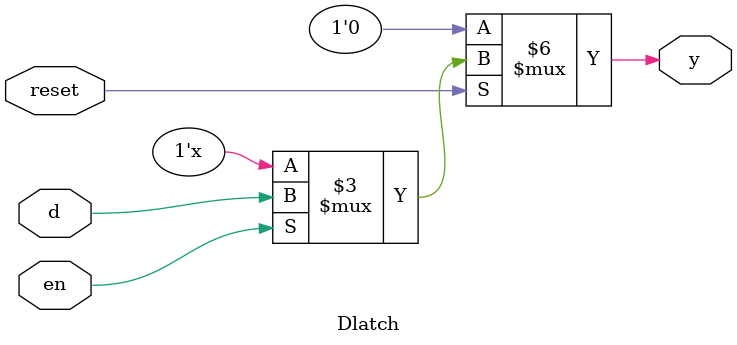
<source format=v>
module Dlatch(input d,
              input en,
              input reset,
              output reg y
             );
  always@*
    if(!reset)
      y <= 0;
  
  else if (en)
    y <= d;
  
endmodule	

</source>
